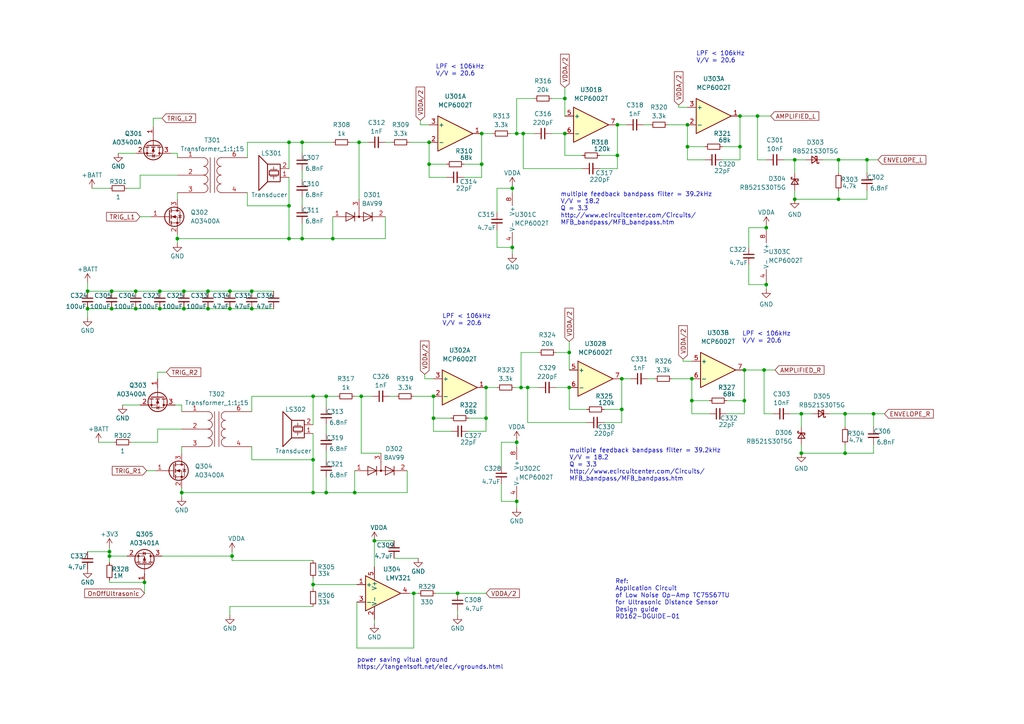
<source format=kicad_sch>
(kicad_sch (version 20230121) (generator eeschema)
  (paper "A4")
  (lib_symbols
    (symbol "Amplifier_Operational:LMV321" (pin_names (offset 0.127))
      (property "Reference" "U" (at 0 5.08 0))
      (property "Value" "LMV321" (at 0 -5.08 0))
      (symbol "LMV321_0_1"
        (pin power_in line (at -2.54 -7.62 90) (length 3.81) (name "V-") (number "2"))
        (pin power_in line (at -2.54 7.62 270) (length 3.81) (name "V+") (number "5"))
      )
      (symbol "LMV321_1_1"
        (pin input line (at -7.62 2.54 0) (length 2.54) (name "+") (number "1"))
        (pin input line (at -7.62 -2.54 0) (length 2.54) (name "-") (number "3"))
        (pin output line (at 7.62 0 180) (length 2.54) (name "~") (number "4"))
      )
    )
    (symbol "Amplifier_Operational:NE5532" (pin_names (offset 0.127))
      (property "Reference" "U" (at 0 5.08 0))
      (property "Value" "NE5532" (at 0 -5.08 0))
      (symbol "NE5532_1_1"
        (pin output line (at 7.62 0 180) (length 2.54) (name "~") (number "1"))
        (pin input line (at -7.62 -2.54 0) (length 2.54) (name "-") (number "2"))
        (pin input line (at -7.62 2.54 0) (length 2.54) (name "+") (number "3"))
      )
      (symbol "NE5532_2_1"
        (pin input line (at -7.62 2.54 0) (length 2.54) (name "+") (number "5"))
        (pin input line (at -7.62 -2.54 0) (length 2.54) (name "-") (number "6"))
        (pin output line (at 7.62 0 180) (length 2.54) (name "~") (number "7"))
      )
      (symbol "NE5532_3_1"
        (pin power_in line (at -2.54 -7.62 90) (length 3.81) (name "V-") (number "4"))
        (pin power_in line (at -2.54 7.62 270) (length 3.81) (name "V+") (number "8"))
      )
    )
    (symbol "Device:C_Small" (pin_numbers hide) (pin_names (offset 0.254) hide)
      (property "Reference" "C" (at 0.254 1.778 0))
      (property "Value" "C_Small" (at 0.254 -2.032 0))
      (symbol "C_Small_1_1"
        (pin passive line (at 0 2.54 270) (length 2.032) (name "~") (number "1"))
        (pin passive line (at 0 -2.54 90) (length 2.032) (name "~") (number "2"))
      )
    )
    (symbol "Device:D_Schottky_Small" (pin_numbers hide) (pin_names (offset 0.254) hide)
      (property "Reference" "D" (at -1.27 2.032 0))
      (property "Value" "D_Schottky_Small" (at -7.112 -2.032 0))
      (symbol "D_Schottky_Small_1_1"
        (pin passive line (at -2.54 0 0) (length 1.778) (name "K") (number "1"))
        (pin passive line (at 2.54 0 180) (length 1.778) (name "A") (number "2"))
      )
    )
    (symbol "Device:Q_PMOS_GSD" (pin_names (offset 0) hide)
      (property "Reference" "Q" (at 5.08 1.27 0))
      (property "Value" "Q_PMOS_GSD" (at 5.08 -1.27 0))
      (symbol "Q_PMOS_GSD_1_1"
        (pin input line (at -5.08 0 0) (length 2.54) (name "G") (number "1"))
        (pin passive line (at 2.54 -5.08 90) (length 2.54) (name "S") (number "2"))
        (pin passive line (at 2.54 5.08 270) (length 2.54) (name "D") (number "3"))
      )
    )
    (symbol "Device:R_Small" (pin_numbers hide) (pin_names (offset 0.254) hide)
      (property "Reference" "R" (at 0.762 0.508 0))
      (property "Value" "R_Small" (at 0.762 -1.016 0))
      (symbol "R_Small_1_1"
        (pin passive line (at 0 2.54 270) (length 0.762) (name "~") (number "1"))
        (pin passive line (at 0 -2.54 90) (length 0.762) (name "~") (number "2"))
      )
    )
    (symbol "Device:Speaker_Ultrasound" (pin_names (offset 0) hide)
      (property "Reference" "LS" (at 0.635 5.715 0))
      (property "Value" "Speaker_Ultrasound" (at 0.635 3.81 0))
      (symbol "Speaker_Ultrasound_1_1"
        (pin input line (at -5.08 0 0) (length 2.54) (name "1") (number "1"))
        (pin input line (at -5.08 -2.54 0) (length 2.54) (name "2") (number "2"))
      )
    )
    (symbol "Diode:BAV99" (pin_names hide)
      (property "Reference" "D" (at 0 5.08 0))
      (property "Value" "BAV99" (at 0 2.54 0))
      (symbol "BAV99_1_1"
        (pin passive line (at -7.62 0 0) (length 2.54) (name "K") (number "1"))
        (pin passive line (at 7.62 0 180) (length 2.54) (name "A") (number "2"))
        (pin passive line (at 0 -5.08 90) (length 2.54) (name "K") (number "3"))
      )
    )
    (symbol "Transformer_SP_1S_1" (pin_names (offset 1.016) hide)
      (property "Reference" "T301" (at 0.0127 10.16 0))
      (property "Value" "Transformer_1:1:15" (at 0.0127 7.62 0))
      (symbol "Transformer_SP_1S_1_1_1"
        (pin passive line (at -10.16 5.08 0) (length 7.62) (name "PR1") (number "1"))
        (pin passive line (at -10.16 0 0) (length 7.62) (name "PM") (number "2"))
        (pin passive line (at -10.16 -5.08 0) (length 7.62) (name "PR2") (number "3"))
        (pin passive line (at 10.16 -5.08 180) (length 7.62) (name "S1") (number "4"))
        (pin passive line (at 10.16 5.08 180) (length 7.62) (name "S2") (number "6"))
      )
    )
    (symbol "Transistor_FET:AO3400A" (pin_names hide)
      (property "Reference" "Q" (at 5.08 1.905 0))
      (property "Value" "AO3400A" (at 5.08 0 0))
      (symbol "AO3400A_1_1"
        (pin input line (at -5.08 0 0) (length 2.54) (name "G") (number "1"))
        (pin passive line (at 2.54 -5.08 90) (length 2.54) (name "S") (number "2"))
        (pin passive line (at 2.54 5.08 270) (length 2.54) (name "D") (number "3"))
      )
    )
    (symbol "power:+3.3V" (power) (pin_names (offset 0))
      (property "Value" "+3.3V" (at 0 3.556 0))
      (symbol "+3.3V_1_1"
        (pin power_in line (at 0 0 90) (length 0) hide (name "+3V3") (number "1"))
      )
    )
    (symbol "power:+BATT" (power) (pin_names (offset 0))
      (property "Value" "+BATT" (at 0 3.556 0))
      (symbol "+BATT_1_1"
        (pin power_in line (at 0 0 90) (length 0) hide (name "+BATT") (number "1"))
      )
    )
    (symbol "power:GND" (power) (pin_names (offset 0))
      (property "Value" "GND" (at 0 -3.81 0))
      (symbol "GND_1_1"
        (pin power_in line (at 0 0 270) (length 0) hide (name "GND") (number "1"))
      )
    )
    (symbol "power:VDDA" (power) (pin_names (offset 0))
      (property "Value" "VDDA" (at 0 3.81 0))
      (symbol "VDDA_1_1"
        (pin power_in line (at 0 0 90) (length 0) hide (name "VDDA") (number "1"))
      )
    )
  )
  (junction (at 52.705 142.875))
  (junction (at 222.25 82.55))
  (junction (at 104.14 41.275))
  (junction (at 53.34 89.535))
  (junction (at 83.82 59.69))
  (junction (at 245.11 131.445))
  (junction (at 165.1 112.395))
  (junction (at 245.11 120.015))
  (junction (at 179.07 36.195))
  (junction (at 139.7 47.625))
  (junction (at 163.83 38.735))
  (junction (at 83.82 69.215))
  (junction (at 41.91 168.91))
  (junction (at 25.4 89.535))
  (junction (at 31.75 161.29))
  (junction (at 179.07 45.085))
  (junction (at 243.205 57.785))
  (junction (at 90.805 114.935))
  (junction (at 60.325 84.455))
  (junction (at 46.355 84.455))
  (junction (at 90.805 133.35))
  (junction (at 253.365 120.015))
  (junction (at 214.63 33.655))
  (junction (at 125.73 121.285))
  (junction (at 102.87 142.875))
  (junction (at 251.46 46.355))
  (junction (at 51.435 69.215))
  (junction (at 232.41 131.445))
  (junction (at 148.59 71.755))
  (junction (at 139.7 38.735))
  (junction (at 90.805 169.545))
  (junction (at 73.025 89.535))
  (junction (at 60.325 89.535))
  (junction (at 180.34 109.855))
  (junction (at 199.39 42.545))
  (junction (at 199.39 36.195))
  (junction (at 132.715 172.085))
  (junction (at 73.025 84.455))
  (junction (at 219.71 33.655))
  (junction (at 83.82 41.275))
  (junction (at 87.63 41.275))
  (junction (at 232.41 120.015))
  (junction (at 124.46 47.625))
  (junction (at 215.9 107.315))
  (junction (at 230.505 57.785))
  (junction (at 148.59 54.61))
  (junction (at 222.25 66.04))
  (junction (at 153.035 112.395))
  (junction (at 140.97 112.395))
  (junction (at 25.4 84.455))
  (junction (at 214.63 42.545))
  (junction (at 243.205 46.355))
  (junction (at 149.86 145.415))
  (junction (at 221.615 107.315))
  (junction (at 46.355 89.535))
  (junction (at 151.13 112.395))
  (junction (at 200.66 116.205))
  (junction (at 230.505 46.355))
  (junction (at 125.73 114.935))
  (junction (at 31.75 160.02))
  (junction (at 165.1 102.235))
  (junction (at 215.9 116.205))
  (junction (at 96.52 69.215))
  (junction (at 32.385 89.535))
  (junction (at 163.83 28.575))
  (junction (at 66.675 84.455))
  (junction (at 87.63 69.215))
  (junction (at 149.86 38.735))
  (junction (at 149.86 128.27))
  (junction (at 124.46 41.275))
  (junction (at 53.34 84.455))
  (junction (at 94.615 114.935))
  (junction (at 39.37 84.455))
  (junction (at 32.385 84.455))
  (junction (at 94.615 142.875))
  (junction (at 180.34 118.745))
  (junction (at 151.765 38.735))
  (junction (at 140.97 121.285))
  (junction (at 108.585 156.845))
  (junction (at 200.66 109.855))
  (junction (at 104.775 114.935))
  (junction (at 90.805 142.875))
  (junction (at 66.675 89.535))
  (junction (at 120.015 172.085))
  (junction (at 67.31 161.29))
  (junction (at 39.37 89.535))
  (wire (pts (xy 253.365 120.015) (xy 256.54 120.015)))
  (wire (pts (xy 94.615 138.43) (xy 94.615 142.875)))
  (wire (pts (xy 31.75 161.29) (xy 36.83 161.29)))
  (wire (pts (xy 87.63 69.215) (xy 96.52 69.215)))
  (wire (pts (xy 83.82 41.275) (xy 83.82 48.895)))
  (wire (pts (xy 26.67 54.61) (xy 31.75 54.61)))
  (wire (pts (xy 32.385 84.455) (xy 39.37 84.455)))
  (wire (pts (xy 53.34 84.455) (xy 60.325 84.455)))
  (wire (pts (xy 214.63 33.655) (xy 214.63 42.545)))
  (wire (pts (xy 243.205 46.355) (xy 251.46 46.355)))
  (wire (pts (xy 215.9 107.315) (xy 215.9 116.205)))
  (wire (pts (xy 125.73 125.095) (xy 130.81 125.095)))
  (wire (pts (xy 224.155 120.015) (xy 221.615 120.015)))
  (wire (pts (xy 200.66 116.205) (xy 200.66 120.015)))
  (wire (pts (xy 49.53 44.45) (xy 51.435 44.45)))
  (wire (pts (xy 83.82 41.275) (xy 87.63 41.275)))
  (wire (pts (xy 45.72 124.46) (xy 45.72 128.27)))
  (wire (pts (xy 153.035 112.395) (xy 153.035 122.555)))
  (wire (pts (xy 120.015 187.96) (xy 120.015 172.085)))
  (wire (pts (xy 34.29 44.45) (xy 39.37 44.45)))
  (wire (pts (xy 253.365 128.905) (xy 253.365 131.445)))
  (wire (pts (xy 245.11 120.015) (xy 245.11 123.825)))
  (wire (pts (xy 151.13 112.395) (xy 153.035 112.395)))
  (wire (pts (xy 73.025 114.935) (xy 73.025 119.38)))
  (wire (pts (xy 125.73 121.285) (xy 125.73 125.095)))
  (wire (pts (xy 139.7 47.625) (xy 134.62 47.625)))
  (wire (pts (xy 90.805 114.935) (xy 90.805 123.19)))
  (wire (pts (xy 66.675 175.895) (xy 66.675 178.435)))
  (wire (pts (xy 31.75 158.75) (xy 31.75 160.02)))
  (wire (pts (xy 151.765 48.895) (xy 168.91 48.895)))
  (wire (pts (xy 111.76 41.275) (xy 113.665 41.275)))
  (wire (pts (xy 50.8 117.475) (xy 52.705 117.475)))
  (wire (pts (xy 204.47 42.545) (xy 199.39 42.545)))
  (wire (pts (xy 139.7 38.735) (xy 142.875 38.735)))
  (wire (pts (xy 149.86 144.78) (xy 149.86 145.415)))
  (wire (pts (xy 123.19 109.855) (xy 123.19 108.585)))
  (wire (pts (xy 180.34 109.855) (xy 180.34 118.745)))
  (wire (pts (xy 214.63 33.655) (xy 219.71 33.655)))
  (wire (pts (xy 217.17 71.755) (xy 217.17 66.04)))
  (wire (pts (xy 219.71 46.355) (xy 219.71 33.655)))
  (wire (pts (xy 196.85 31.115) (xy 196.85 30.48)))
  (wire (pts (xy 51.435 67.945) (xy 51.435 69.215)))
  (wire (pts (xy 215.9 120.015) (xy 215.9 116.205)))
  (wire (pts (xy 25.4 160.02) (xy 31.75 160.02)))
  (wire (pts (xy 71.755 41.275) (xy 83.82 41.275)))
  (wire (pts (xy 46.355 89.535) (xy 53.34 89.535)))
  (wire (pts (xy 245.11 120.015) (xy 253.365 120.015)))
  (wire (pts (xy 149.225 112.395) (xy 151.13 112.395)))
  (wire (pts (xy 221.615 120.015) (xy 221.615 107.315)))
  (wire (pts (xy 124.46 51.435) (xy 129.54 51.435)))
  (wire (pts (xy 170.18 118.745) (xy 165.1 118.745)))
  (wire (pts (xy 101.6 41.275) (xy 104.14 41.275)))
  (wire (pts (xy 39.37 89.535) (xy 46.355 89.535)))
  (wire (pts (xy 103.505 174.625) (xy 103.505 187.96)))
  (wire (pts (xy 67.31 160.02) (xy 67.31 161.29)))
  (wire (pts (xy 120.015 114.935) (xy 125.73 114.935)))
  (wire (pts (xy 118.11 136.525) (xy 118.11 142.875)))
  (wire (pts (xy 132.715 172.085) (xy 140.97 172.085)))
  (wire (pts (xy 168.91 45.085) (xy 163.83 45.085)))
  (wire (pts (xy 227.33 46.355) (xy 230.505 46.355)))
  (wire (pts (xy 194.945 109.855) (xy 200.66 109.855)))
  (wire (pts (xy 144.145 54.61) (xy 148.59 54.61)))
  (wire (pts (xy 104.775 114.935) (xy 104.775 131.445)))
  (wire (pts (xy 102.87 114.935) (xy 104.775 114.935)))
  (wire (pts (xy 39.37 84.455) (xy 46.355 84.455)))
  (wire (pts (xy 145.415 145.415) (xy 149.86 145.415)))
  (wire (pts (xy 179.07 48.895) (xy 179.07 45.085)))
  (wire (pts (xy 209.55 46.355) (xy 214.63 46.355)))
  (wire (pts (xy 52.705 124.46) (xy 45.72 124.46)))
  (wire (pts (xy 245.11 128.905) (xy 245.11 131.445)))
  (wire (pts (xy 199.39 46.355) (xy 204.47 46.355)))
  (wire (pts (xy 165.1 112.395) (xy 165.1 118.745)))
  (wire (pts (xy 132.715 177.165) (xy 132.715 178.435)))
  (wire (pts (xy 199.39 42.545) (xy 199.39 46.355)))
  (wire (pts (xy 153.035 122.555) (xy 170.18 122.555)))
  (wire (pts (xy 53.34 89.535) (xy 60.325 89.535)))
  (wire (pts (xy 52.705 129.54) (xy 52.705 131.445)))
  (wire (pts (xy 67.31 162.56) (xy 90.805 162.56)))
  (wire (pts (xy 71.755 55.88) (xy 71.755 59.69)))
  (wire (pts (xy 149.86 127.635) (xy 149.86 128.27)))
  (wire (pts (xy 66.675 89.535) (xy 73.025 89.535)))
  (wire (pts (xy 118.745 172.085) (xy 120.015 172.085)))
  (wire (pts (xy 139.7 51.435) (xy 139.7 47.625)))
  (wire (pts (xy 193.675 36.195) (xy 199.39 36.195)))
  (wire (pts (xy 222.25 66.04) (xy 222.25 66.675)))
  (wire (pts (xy 217.17 66.04) (xy 222.25 66.04)))
  (wire (pts (xy 251.46 46.355) (xy 254.635 46.355)))
  (wire (pts (xy 148.59 71.755) (xy 148.59 73.66)))
  (wire (pts (xy 145.415 135.255) (xy 145.415 128.27)))
  (wire (pts (xy 28.575 128.27) (xy 33.02 128.27)))
  (wire (pts (xy 90.805 167.64) (xy 90.805 169.545)))
  (wire (pts (xy 251.46 57.785) (xy 243.205 57.785)))
  (wire (pts (xy 148.59 71.12) (xy 148.59 71.755)))
  (wire (pts (xy 198.12 104.775) (xy 198.12 104.14)))
  (wire (pts (xy 52.705 144.145) (xy 52.705 142.875)))
  (wire (pts (xy 40.64 50.8) (xy 51.435 50.8)))
  (wire (pts (xy 160.02 38.735) (xy 163.83 38.735)))
  (wire (pts (xy 180.34 122.555) (xy 180.34 118.745)))
  (wire (pts (xy 165.1 102.235) (xy 165.1 107.315)))
  (wire (pts (xy 90.805 169.545) (xy 90.805 170.815)))
  (wire (pts (xy 140.97 112.395) (xy 140.97 121.285)))
  (wire (pts (xy 124.46 47.625) (xy 124.46 41.275)))
  (wire (pts (xy 251.46 55.245) (xy 251.46 57.785)))
  (wire (pts (xy 245.11 131.445) (xy 232.41 131.445)))
  (wire (pts (xy 52.705 142.875) (xy 90.805 142.875)))
  (wire (pts (xy 73.025 129.54) (xy 73.025 133.35)))
  (wire (pts (xy 90.805 169.545) (xy 103.505 169.545)))
  (wire (pts (xy 40.64 62.865) (xy 43.815 62.865)))
  (wire (pts (xy 148.59 53.975) (xy 148.59 54.61)))
  (wire (pts (xy 94.615 130.81) (xy 94.615 133.35)))
  (wire (pts (xy 94.615 114.935) (xy 94.615 118.11)))
  (wire (pts (xy 87.63 41.275) (xy 87.63 44.45)))
  (wire (pts (xy 25.4 81.915) (xy 25.4 84.455)))
  (wire (pts (xy 60.325 84.455) (xy 66.675 84.455)))
  (wire (pts (xy 253.365 123.825) (xy 253.365 120.015)))
  (wire (pts (xy 232.41 128.905) (xy 232.41 131.445)))
  (wire (pts (xy 144.145 66.675) (xy 144.145 71.755)))
  (wire (pts (xy 51.435 55.88) (xy 51.435 57.785)))
  (wire (pts (xy 149.86 145.415) (xy 149.86 147.32)))
  (wire (pts (xy 147.955 38.735) (xy 149.86 38.735)))
  (wire (pts (xy 35.56 117.475) (xy 40.64 117.475)))
  (wire (pts (xy 139.7 38.735) (xy 139.7 47.625)))
  (wire (pts (xy 179.07 36.195) (xy 179.07 45.085)))
  (wire (pts (xy 48.26 107.95) (xy 45.72 107.95)))
  (wire (pts (xy 90.805 125.73) (xy 90.805 133.35)))
  (wire (pts (xy 60.325 89.535) (xy 66.675 89.535)))
  (wire (pts (xy 125.73 121.285) (xy 125.73 114.935)))
  (wire (pts (xy 222.25 65.405) (xy 222.25 66.04)))
  (wire (pts (xy 232.41 120.015) (xy 235.585 120.015)))
  (wire (pts (xy 25.4 89.535) (xy 32.385 89.535)))
  (wire (pts (xy 175.26 122.555) (xy 180.34 122.555)))
  (wire (pts (xy 83.82 59.69) (xy 83.82 69.215)))
  (wire (pts (xy 144.145 61.595) (xy 144.145 54.61)))
  (wire (pts (xy 36.83 54.61) (xy 40.64 54.61)))
  (wire (pts (xy 160.02 28.575) (xy 163.83 28.575)))
  (wire (pts (xy 108.585 179.705) (xy 108.585 180.975)))
  (wire (pts (xy 163.83 38.735) (xy 163.83 45.085)))
  (wire (pts (xy 140.97 112.395) (xy 144.145 112.395)))
  (wire (pts (xy 25.4 89.535) (xy 25.4 92.075)))
  (wire (pts (xy 87.63 49.53) (xy 87.63 52.07)))
  (wire (pts (xy 87.63 57.15) (xy 87.63 59.69)))
  (wire (pts (xy 96.52 69.215) (xy 111.76 69.215)))
  (wire (pts (xy 130.81 121.285) (xy 125.73 121.285)))
  (wire (pts (xy 52.705 117.475) (xy 52.705 119.38)))
  (wire (pts (xy 90.805 142.875) (xy 94.615 142.875)))
  (wire (pts (xy 240.665 120.015) (xy 245.11 120.015)))
  (wire (pts (xy 230.505 46.355) (xy 230.505 50.165)))
  (wire (pts (xy 118.745 41.275) (xy 124.46 41.275)))
  (wire (pts (xy 31.75 168.91) (xy 41.91 168.91)))
  (wire (pts (xy 161.29 112.395) (xy 165.1 112.395)))
  (wire (pts (xy 108.585 156.845) (xy 114.3 156.845)))
  (wire (pts (xy 135.89 125.095) (xy 140.97 125.095)))
  (wire (pts (xy 200.66 104.775) (xy 198.12 104.775)))
  (wire (pts (xy 125.73 109.855) (xy 123.19 109.855)))
  (wire (pts (xy 51.435 70.485) (xy 51.435 69.215)))
  (wire (pts (xy 165.1 99.06) (xy 165.1 102.235)))
  (wire (pts (xy 46.99 34.29) (xy 44.45 34.29)))
  (wire (pts (xy 179.07 45.085) (xy 173.99 45.085)))
  (wire (pts (xy 46.355 84.455) (xy 53.34 84.455)))
  (wire (pts (xy 31.75 161.29) (xy 31.75 163.195)))
  (wire (pts (xy 200.66 116.205) (xy 200.66 109.855)))
  (wire (pts (xy 102.87 136.525) (xy 102.87 142.875)))
  (wire (pts (xy 148.59 54.61) (xy 148.59 55.88)))
  (wire (pts (xy 199.39 42.545) (xy 199.39 36.195)))
  (wire (pts (xy 96.52 62.865) (xy 96.52 69.215)))
  (wire (pts (xy 67.31 161.29) (xy 67.31 162.56)))
  (wire (pts (xy 222.25 82.55) (xy 222.25 83.82)))
  (wire (pts (xy 32.385 89.535) (xy 39.37 89.535)))
  (wire (pts (xy 180.34 118.745) (xy 175.26 118.745)))
  (wire (pts (xy 151.765 38.735) (xy 154.94 38.735)))
  (wire (pts (xy 104.775 131.445) (xy 110.49 131.445)))
  (wire (pts (xy 219.71 33.655) (xy 223.52 33.655)))
  (wire (pts (xy 144.145 71.755) (xy 148.59 71.755)))
  (wire (pts (xy 73.025 133.35) (xy 90.805 133.35)))
  (wire (pts (xy 229.235 120.015) (xy 232.41 120.015)))
  (wire (pts (xy 52.705 141.605) (xy 52.705 142.875)))
  (wire (pts (xy 108.585 156.845) (xy 108.585 164.465)))
  (wire (pts (xy 42.545 136.525) (xy 45.085 136.525)))
  (wire (pts (xy 87.63 41.275) (xy 96.52 41.275)))
  (wire (pts (xy 180.34 109.855) (xy 182.88 109.855)))
  (wire (pts (xy 87.63 64.77) (xy 87.63 69.215)))
  (wire (pts (xy 113.03 114.935) (xy 114.935 114.935)))
  (wire (pts (xy 187.96 109.855) (xy 189.865 109.855)))
  (wire (pts (xy 45.72 128.27) (xy 38.1 128.27)))
  (wire (pts (xy 163.83 28.575) (xy 163.83 33.655)))
  (wire (pts (xy 149.86 38.735) (xy 149.86 28.575)))
  (wire (pts (xy 71.755 59.69) (xy 83.82 59.69)))
  (wire (pts (xy 173.99 48.895) (xy 179.07 48.895)))
  (wire (pts (xy 94.615 123.19) (xy 94.615 125.73)))
  (wire (pts (xy 71.755 41.275) (xy 71.755 45.72)))
  (wire (pts (xy 238.76 46.355) (xy 243.205 46.355)))
  (wire (pts (xy 161.29 102.235) (xy 165.1 102.235)))
  (wire (pts (xy 251.46 50.165) (xy 251.46 46.355)))
  (wire (pts (xy 222.25 81.915) (xy 222.25 82.55)))
  (wire (pts (xy 126.365 172.085) (xy 132.715 172.085)))
  (wire (pts (xy 121.92 36.195) (xy 121.92 34.925)))
  (wire (pts (xy 104.775 114.935) (xy 107.95 114.935)))
  (wire (pts (xy 200.66 120.015) (xy 205.74 120.015)))
  (wire (pts (xy 45.72 107.95) (xy 45.72 109.855)))
  (wire (pts (xy 66.675 175.895) (xy 90.805 175.895)))
  (wire (pts (xy 232.41 120.015) (xy 232.41 123.825)))
  (wire (pts (xy 221.615 107.315) (xy 224.79 107.315)))
  (wire (pts (xy 217.17 82.55) (xy 222.25 82.55)))
  (wire (pts (xy 214.63 42.545) (xy 209.55 42.545)))
  (wire (pts (xy 25.4 84.455) (xy 32.385 84.455)))
  (wire (pts (xy 243.205 55.245) (xy 243.205 57.785)))
  (wire (pts (xy 210.82 120.015) (xy 215.9 120.015)))
  (wire (pts (xy 140.97 121.285) (xy 135.89 121.285)))
  (wire (pts (xy 217.17 76.835) (xy 217.17 82.55)))
  (wire (pts (xy 83.82 69.215) (xy 87.63 69.215)))
  (wire (pts (xy 149.86 28.575) (xy 154.94 28.575)))
  (wire (pts (xy 124.46 36.195) (xy 121.92 36.195)))
  (wire (pts (xy 104.14 41.275) (xy 106.68 41.275)))
  (wire (pts (xy 215.9 107.315) (xy 221.615 107.315)))
  (wire (pts (xy 90.805 114.935) (xy 94.615 114.935)))
  (wire (pts (xy 151.765 38.735) (xy 151.765 48.895)))
  (wire (pts (xy 199.39 31.115) (xy 196.85 31.115)))
  (wire (pts (xy 51.435 69.215) (xy 83.82 69.215)))
  (wire (pts (xy 179.07 36.195) (xy 181.61 36.195)))
  (wire (pts (xy 230.505 55.245) (xy 230.505 57.785)))
  (wire (pts (xy 90.805 133.35) (xy 90.805 142.875)))
  (wire (pts (xy 114.3 161.925) (xy 121.285 161.925)))
  (wire (pts (xy 145.415 128.27) (xy 149.86 128.27)))
  (wire (pts (xy 31.75 168.275) (xy 31.75 168.91)))
  (wire (pts (xy 222.25 46.355) (xy 219.71 46.355)))
  (wire (pts (xy 83.82 51.435) (xy 83.82 59.69)))
  (wire (pts (xy 253.365 131.445) (xy 245.11 131.445)))
  (wire (pts (xy 149.86 38.735) (xy 151.765 38.735)))
  (wire (pts (xy 44.45 34.29) (xy 44.45 36.83)))
  (wire (pts (xy 66.675 84.455) (xy 73.025 84.455)))
  (wire (pts (xy 41.91 168.91) (xy 41.91 172.085)))
  (wire (pts (xy 46.99 161.29) (xy 67.31 161.29)))
  (wire (pts (xy 129.54 47.625) (xy 124.46 47.625)))
  (wire (pts (xy 73.025 114.935) (xy 90.805 114.935)))
  (wire (pts (xy 214.63 46.355) (xy 214.63 42.545)))
  (wire (pts (xy 94.615 114.935) (xy 97.79 114.935)))
  (wire (pts (xy 102.87 142.875) (xy 118.11 142.875)))
  (wire (pts (xy 111.76 62.865) (xy 111.76 69.215)))
  (wire (pts (xy 151.13 102.235) (xy 156.21 102.235)))
  (wire (pts (xy 103.505 187.96) (xy 120.015 187.96)))
  (wire (pts (xy 151.13 112.395) (xy 151.13 102.235)))
  (wire (pts (xy 243.205 57.785) (xy 230.505 57.785)))
  (wire (pts (xy 51.435 44.45) (xy 51.435 45.72)))
  (wire (pts (xy 94.615 142.875) (xy 102.87 142.875)))
  (wire (pts (xy 120.015 172.085) (xy 121.285 172.085)))
  (wire (pts (xy 73.025 84.455) (xy 79.375 84.455)))
  (wire (pts (xy 140.97 125.095) (xy 140.97 121.285)))
  (wire (pts (xy 149.86 128.27) (xy 149.86 129.54)))
  (wire (pts (xy 73.025 89.535) (xy 79.375 89.535)))
  (wire (pts (xy 186.69 36.195) (xy 188.595 36.195)))
  (wire (pts (xy 243.205 46.355) (xy 243.205 50.165)))
  (wire (pts (xy 215.9 116.205) (xy 210.82 116.205)))
  (wire (pts (xy 163.83 25.4) (xy 163.83 28.575)))
  (wire (pts (xy 40.64 54.61) (xy 40.64 50.8)))
  (wire (pts (xy 145.415 140.335) (xy 145.415 145.415)))
  (wire (pts (xy 230.505 46.355) (xy 233.68 46.355)))
  (wire (pts (xy 153.035 112.395) (xy 156.21 112.395)))
  (wire (pts (xy 134.62 51.435) (xy 139.7 51.435)))
  (wire (pts (xy 104.14 41.275) (xy 104.14 57.785)))
  (wire (pts (xy 205.74 116.205) (xy 200.66 116.205)))
  (wire (pts (xy 31.75 160.02) (xy 31.75 161.29)))
  (wire (pts (xy 124.46 47.625) (xy 124.46 51.435)))
  (text "multiple feedback bandpass filter = 39.2kHz\nV/V = 18.2\nQ = 3.3\nhttp://www.ecircuitcenter.com/Circuits/\nMFB_bandpass/MFB_bandpass.htm" (at 165.1 139.7 0) (effects (font (size 1.27 1.27)) (justify left bottom)))
  (text "LPF < 106kHz\nV/V = 20.6" (at 215.265 99.695 0) (effects (font (size 1.27 1.27)) (justify left bottom)))
  (text "LPF < 106kHz\nV/V = 20.6" (at 128.27 94.615 0) (effects (font (size 1.27 1.27)) (justify left bottom)))
  (text "multiple feedback bandpass filter = 39.2kHz\nV/V = 18.2\nQ = 3.3\nhttp://www.ecircuitcenter.com/Circuits/\nMFB_bandpass/MFB_bandpass.htm" (at 162.56 65.405 0) (effects (font (size 1.27 1.27)) (justify left bottom)))
  (text "Ref:\nApplication Circuit\nof Low Noise Op-Amp TC75S67TU\nfor Ultrasonic Distance Sensor\nDesign guide\nRD162-DGUIDE-01" (at 178.435 179.705 0) (effects (font (size 1.27 1.27)) (justify left bottom)))
  (text "LPF < 106kHz\nV/V = 20.6" (at 126.365 22.225 0) (effects (font (size 1.27 1.27)) (justify left bottom)))
  (text "LPF < 106kHz\nV/V = 20.6" (at 201.93 18.415 0) (effects (font (size 1.27 1.27)) (justify left bottom)))
  (text "power saving vitual ground\nhttps://tangentsoft.net/elec/vgrounds.html" (at 103.505 194.31 0) (effects (font (size 1.27 1.27)) (justify left bottom)))
  (global_label "VDDA{slash}2" (shape input) (at 163.83 25.4 90) (property "Intersheetrefs" "${INTERSHEET_REFS}" (effects hide)))
  (global_label "OnOffUltrasonic" (shape input) (at 41.91 172.085 180) (property "Intersheetrefs" "${INTERSHEET_REFS}" (effects hide)))
  (global_label "TRIG_L2" (shape input) (at 46.99 34.29 0) (property "Intersheetrefs" "${INTERSHEET_REFS}" (effects hide)))
  (global_label "VDDA{slash}2" (shape input) (at 198.12 104.14 90) (property "Intersheetrefs" "${INTERSHEET_REFS}" (effects hide)))
  (global_label "TRIG_L1" (shape input) (at 40.64 62.865 180) (property "Intersheetrefs" "${INTERSHEET_REFS}" (effects hide)))
  (global_label "VDDA{slash}2" (shape input) (at 121.92 34.925 90) (property "Intersheetrefs" "${INTERSHEET_REFS}" (effects hide)))
  (global_label "ENVELOPE_R" (shape input) (at 256.54 120.015 0) (property "Intersheetrefs" "${INTERSHEET_REFS}" (effects hide)))
  (global_label "VDDA{slash}2" (shape input) (at 140.97 172.085 0) (property "Intersheetrefs" "${INTERSHEET_REFS}" (effects hide)))
  (global_label "AMPLIFIED_R" (shape input) (at 224.79 107.315 0) (property "Intersheetrefs" "${INTERSHEET_REFS}" (effects hide)))
  (global_label "VDDA{slash}2" (shape input) (at 196.85 30.48 90) (property "Intersheetrefs" "${INTERSHEET_REFS}" (effects hide)))
  (global_label "VDDA{slash}2" (shape input) (at 123.19 108.585 90) (property "Intersheetrefs" "${INTERSHEET_REFS}" (effects hide)))
  (global_label "ENVELOPE_L" (shape input) (at 254.635 46.355 0) (property "Intersheetrefs" "${INTERSHEET_REFS}" (effects hide)))
  (global_label "TRIG_R2" (shape input) (at 48.26 107.95 0) (property "Intersheetrefs" "${INTERSHEET_REFS}" (effects hide)))
  (global_label "TRIG_R1" (shape input) (at 42.545 136.525 180) (property "Intersheetrefs" "${INTERSHEET_REFS}" (effects hide)))
  (global_label "AMPLIFIED_L" (shape input) (at 223.52 33.655 0) (property "Intersheetrefs" "${INTERSHEET_REFS}" (effects hide)))
  (global_label "VDDA{slash}2" (shape input) (at 165.1 99.06 90) (property "Intersheetrefs" "${INTERSHEET_REFS}" (effects hide)))
  (symbol (lib_id "power:+BATT") (at 25.4 81.915 0) (unit 1)
    (property "Reference" "#PWR045" (effects hide))
    (property "Value" "+BATT" (at 25.4 78.105 0))
    (instances (project "UltrasonicNRF52mini" (path "" (reference "#PWR045") (unit 1)) (path "" (reference "#PWR028") (unit 1))))
  )
  (symbol (lib_id "power:+BATT") (at 28.575 128.27 0) (unit 1)
    (property "Reference" "#PWR045" (effects hide))
    (property "Value" "+BATT" (at 28.575 124.46 0))
    (instances (project "UltrasonicNRF52mini" (path "" (reference "#PWR045") (unit 1)) (path "" (reference "#PWR026") (unit 1))))
  )
  (symbol (lib_id "Device:C_Small") (at 132.08 51.435 90) (unit 1)
    (property "Reference" "C314" (at 135.89 52.705 90))
    (property "Value" "22pF" (at 134.62 54.61 90))
    (property "Footprint" "Capacitor_SMD:C_0402_1005Metric" (effects hide))
  )
  (symbol (lib_id "Device:C_Small") (at 87.63 62.23 0) (mirror y) (unit 1)
    (property "Reference" "C311" (at 92.71 60.96 0) (effects (justify left)))
    (property "Value" "6.8nF" (at 93.98 64.135 0) (effects (justify left)))
    (property "Footprint" "Capacitor_SMD:C_0402_1005Metric" (effects hide))
  )
  (symbol (lib_id "Device:R_Small") (at 208.28 116.205 90) (unit 1)
    (property "Reference" "R327" (at 210.82 112.395 90))
    (property "Value" "68k" (at 211.455 114.3 90))
    (property "Footprint" "Resistor_SMD:R_0402_1005Metric" (effects hide))
  )
  (symbol (lib_id "power:GND") (at 66.675 178.435 0) (unit 1)
    (property "Reference" "#PWR0103" (effects hide))
    (property "Value" "GND" (at 66.675 182.245 0))
  )
  (symbol (lib_id "power:VDDA") (at 149.86 127.635 0) (unit 1)
    (property "Reference" "#PWR0312" (effects hide))
    (property "Value" "VDDA" (at 149.86 123.825 0))
  )
  (symbol (lib_id "Device:C_Small") (at 94.615 120.65 0) (mirror y) (unit 1)
    (property "Reference" "C313" (at 99.695 119.38 0) (effects (justify left)))
    (property "Value" "6.8nF" (at 100.965 122.555 0) (effects (justify left)))
    (property "Footprint" "Capacitor_SMD:C_0402_1005Metric" (effects hide))
  )
  (symbol (lib_name "Transformer_SP_1S_1") (lib_id "Device:Transformer_SP_1S") (at 62.865 124.46 0) (unit 1)
    (property "Reference" "T302" (at 62.8777 114.3 0))
    (property "Value" "Transformer_1:1:15" (at 62.8777 116.84 0))
    (property "Footprint" "06_custom:B78416A2430A003" (effects hide))
  )
  (symbol (lib_id "Transistor_FET:AO3400A") (at 48.895 62.865 0) (unit 1)
    (property "Reference" "Q302" (at 55.245 61.5949 0) (effects (justify left)))
    (property "Value" "AO3400A" (at 55.245 64.1349 0) (effects (justify left)))
    (property "Footprint" "Package_TO_SOT_SMD:SOT-23" (effects hide))
    (property "Datasheet" "http://www.aosmd.com/pdfs/datasheet/AO3400A.pdf" (effects hide))
  )
  (symbol (lib_id "Device:R_Small") (at 243.205 52.705 180) (unit 1)
    (property "Reference" "R303" (at 246.38 52.07 0))
    (property "Value" "4.7k" (at 246.38 53.975 0))
    (property "Footprint" "Resistor_SMD:R_0402_1005Metric" (effects hide))
  )
  (symbol (lib_id "Device:C_Small") (at 133.35 125.095 90) (unit 1)
    (property "Reference" "C327" (at 137.16 126.365 90))
    (property "Value" "22pF" (at 135.89 128.27 90))
    (property "Footprint" "Capacitor_SMD:C_0402_1005Metric" (effects hide))
  )
  (symbol (lib_id "Device:Speaker_Ultrasound") (at 85.725 125.73 180) (unit 1)
    (property "Reference" "LS302" (at 85.725 118.745 0))
    (property "Value" "Transducer" (at 85.09 130.81 0))
    (property "Footprint" "06_custom:Transducer@Transformer" (effects hide))
  )
  (symbol (lib_id "Device:D_Schottky_Small") (at 236.22 46.355 180) (unit 1)
    (property "Reference" "D303" (at 236.474 41.275 0))
    (property "Value" "RB521S30T5G" (at 236.474 43.815 0))
    (property "Footprint" "Diode_SMD:D_SOD-523" (effects hide))
  )
  (symbol (lib_id "Device:C_Small") (at 32.385 86.995 0) (unit 1)
    (property "Reference" "C305" (at 27.305 85.725 0) (effects (justify left)))
    (property "Value" "100uF" (at 26.035 88.9 0) (effects (justify left)))
    (property "Footprint" "Capacitor_SMD:C_1206_3216Metric" (effects hide))
  )
  (symbol (lib_name "Transformer_SP_1S_1") (lib_id "Device:Transformer_SP_1S") (at 61.595 50.8 0) (unit 1)
    (property "Reference" "T301" (at 61.6077 40.64 0))
    (property "Value" "Transformer_1:1:15" (at 61.6077 43.18 0))
    (property "Footprint" "06_custom:B78416A2430A003" (effects hide))
  )
  (symbol (lib_id "Device:C_Small") (at 39.37 86.995 0) (unit 1)
    (property "Reference" "C304" (at 34.29 85.725 0) (effects (justify left)))
    (property "Value" "100uF" (at 33.02 88.9 0) (effects (justify left)))
    (property "Footprint" "Capacitor_SMD:C_1206_3216Metric" (effects hide))
  )
  (symbol (lib_id "Device:C_Small") (at 172.72 122.555 90) (unit 1)
    (property "Reference" "C330" (at 175.895 123.825 90))
    (property "Value" "220pF" (at 175.26 125.73 90))
    (property "Footprint" "Capacitor_SMD:C_0402_1005Metric" (effects hide))
  )
  (symbol (lib_id "Device:C_Small") (at 60.325 86.995 0) (unit 1)
    (property "Reference" "C333" (at 55.245 85.725 0) (effects (justify left)))
    (property "Value" "100uF" (at 53.975 88.9 0) (effects (justify left)))
    (property "Footprint" "Capacitor_SMD:C_1206_3216Metric" (effects hide))
  )
  (symbol (lib_id "Device:C_Small") (at 185.42 109.855 90) (unit 1)
    (property "Reference" "C331" (at 185.4263 104.14 90))
    (property "Value" "1nF" (at 185.4263 106.68 90))
    (property "Footprint" "Capacitor_SMD:C_0402_1005Metric" (effects hide))
  )
  (symbol (lib_id "Device:C_Small") (at 145.415 137.795 0) (unit 1)
    (property "Reference" "C328" (at 140.335 135.89 0) (effects (justify left)))
    (property "Value" "4.7uF" (at 139.7 139.7 0) (effects (justify left)))
    (property "Footprint" "Capacitor_SMD:C_0402_1005Metric" (effects hide))
  )
  (symbol (lib_id "power:GND") (at 222.25 83.82 0) (unit 1)
    (property "Reference" "#PWR0314" (effects hide))
    (property "Value" "GND" (at 222.25 88.265 0))
  )
  (symbol (lib_id "Device:D_Schottky_Small") (at 232.41 126.365 90) (mirror x) (unit 1)
    (property "Reference" "D306" (at 229.87 125.476 90) (effects (justify left)))
    (property "Value" "RB521S30T5G" (at 229.87 128.016 90) (effects (justify left)))
    (property "Footprint" "Diode_SMD:D_SOD-523" (effects hide))
  )
  (symbol (lib_id "Device:C_Small") (at 46.355 86.995 0) (unit 1)
    (property "Reference" "C323" (at 41.275 85.725 0) (effects (justify left)))
    (property "Value" "100uF" (at 40.005 88.9 0) (effects (justify left)))
    (property "Footprint" "Capacitor_SMD:C_1206_3216Metric" (effects hide))
  )
  (symbol (lib_id "Device:C_Small") (at 109.22 41.275 90) (unit 1)
    (property "Reference" "C312" (at 109.2263 35.56 90))
    (property "Value" "1nF" (at 109.2263 38.1 90))
    (property "Footprint" "Capacitor_SMD:C_0402_1005Metric" (effects hide))
  )
  (symbol (lib_id "Device:R_Small") (at 191.135 36.195 90) (unit 1)
    (property "Reference" "R320" (at 191.135 31.115 90))
    (property "Value" "3.3k" (at 191.135 33.655 90))
    (property "Footprint" "Resistor_SMD:R_0402_1005Metric" (effects hide))
  )
  (symbol (lib_id "Device:C_Small") (at 144.145 64.135 0) (unit 1)
    (property "Reference" "C315" (at 138.43 62.23 0) (effects (justify left)))
    (property "Value" "4.7uF" (at 138.43 66.04 0) (effects (justify left)))
    (property "Footprint" "Capacitor_SMD:C_0402_1005Metric" (effects hide))
  )
  (symbol (lib_id "power:GND") (at 25.4 165.1 0) (unit 1)
    (property "Reference" "#PWR0318" (effects hide))
    (property "Value" "GND" (at 25.4 168.91 0))
  )
  (symbol (lib_id "Device:R_Small") (at 207.01 42.545 90) (unit 1)
    (property "Reference" "R321" (at 209.55 38.735 90))
    (property "Value" "68k" (at 210.185 40.64 90))
    (property "Footprint" "Resistor_SMD:R_0402_1005Metric" (effects hide))
  )
  (symbol (lib_id "Device:C_Small") (at 171.45 48.895 90) (unit 1)
    (property "Reference" "C317" (at 175.26 50.165 90))
    (property "Value" "220pF" (at 173.99 52.07 90))
    (property "Footprint" "Capacitor_SMD:C_0402_1005Metric" (effects hide))
  )
  (symbol (lib_id "Device:R_Small") (at 90.805 173.355 180) (unit 1)
    (property "Reference" "R306" (at 94.615 172.72 0))
    (property "Value" "33k" (at 93.98 174.625 0))
    (property "Footprint" "Resistor_SMD:R_0402_1005Metric" (effects hide))
  )
  (symbol (lib_id "Device:C_Small") (at 226.695 120.015 90) (unit 1)
    (property "Reference" "C303" (at 226.7013 114.3 90))
    (property "Value" "10nF" (at 226.7013 116.84 90))
    (property "Footprint" "Capacitor_SMD:C_0402_1005Metric" (effects hide))
  )
  (symbol (lib_id "Device:C_Small") (at 94.615 128.27 0) (mirror y) (unit 1)
    (property "Reference" "C319" (at 99.695 127 0) (effects (justify left)))
    (property "Value" "6.8nF" (at 100.965 130.175 0) (effects (justify left)))
    (property "Footprint" "Capacitor_SMD:C_0402_1005Metric" (effects hide))
  )
  (symbol (lib_id "Device:C_Small") (at 132.715 174.625 0) (mirror y) (unit 1)
    (property "Reference" "C308" (at 139.7 173.99 0) (effects (justify left)))
    (property "Value" "4.7uF" (at 140.335 176.53 0) (effects (justify left)))
    (property "Footprint" "Capacitor_SMD:C_0402_1005Metric" (effects hide))
  )
  (symbol (lib_id "Transistor_FET:AO3400A") (at 50.165 136.525 0) (unit 1)
    (property "Reference" "Q304" (at 56.515 135.2549 0) (effects (justify left)))
    (property "Value" "AO3400A" (at 56.515 137.7949 0) (effects (justify left)))
    (property "Footprint" "Package_TO_SOT_SMD:SOT-23" (effects hide))
    (property "Datasheet" "http://www.aosmd.com/pdfs/datasheet/AO3400A.pdf" (effects hide))
  )
  (symbol (lib_id "Device:R_Small") (at 172.72 118.745 90) (unit 1)
    (property "Reference" "R325" (at 175.26 114.935 90))
    (property "Value" "120k" (at 175.895 116.84 90))
    (property "Footprint" "Resistor_SMD:R_0402_1005Metric" (effects hide))
  )
  (symbol (lib_id "power:VDDA") (at 67.31 160.02 0) (unit 1)
    (property "Reference" "#PWR0104" (effects hide))
    (property "Value" "VDDA" (at 68.58 156.21 0))
  )
  (symbol (lib_id "Device:Speaker_Ultrasound") (at 78.74 51.435 180) (unit 1)
    (property "Reference" "LS301" (at 78.74 44.45 0))
    (property "Value" "Transducer" (at 78.105 56.515 0))
    (property "Footprint" "06_custom:Transducer@Transformer" (effects hide))
  )
  (symbol (lib_id "Device:D_Schottky_Small") (at 238.125 120.015 180) (unit 1)
    (property "Reference" "D305" (at 238.379 114.935 0))
    (property "Value" "RB521S30T5G" (at 238.379 117.475 0))
    (property "Footprint" "Diode_SMD:D_SOD-523" (effects hide))
  )
  (symbol (lib_id "Device:R_Small") (at 157.48 28.575 90) (unit 1)
    (property "Reference" "R316" (at 157.48 23.495 90))
    (property "Value" "20k" (at 157.48 26.035 90))
    (property "Footprint" "Resistor_SMD:R_0402_1005Metric" (effects hide))
  )
  (symbol (lib_id "Device:C_Small") (at 87.63 54.61 0) (mirror y) (unit 1)
    (property "Reference" "C310" (at 92.71 53.34 0) (effects (justify left)))
    (property "Value" "6.8nF" (at 93.98 56.515 0) (effects (justify left)))
    (property "Footprint" "Capacitor_SMD:C_0402_1005Metric" (effects hide))
  )
  (symbol (lib_id "Amplifier_Operational:NE5532") (at 224.79 74.295 0) (unit 3)
    (property "Reference" "U303" (at 222.885 73.0249 0) (effects (justify left)))
    (property "Value" "MCP6002T" (at 222.885 75.5649 0) (effects (justify left)))
    (property "Footprint" "Package_SO:SOIC-8_3.9x4.9mm_P1.27mm" (effects hide))
    (property "Datasheet" "http://www.ti.com/lit/ds/symlink/ne5532.pdf" (effects hide))
  )
  (symbol (lib_id "Device:C_Small") (at 207.01 46.355 90) (unit 1)
    (property "Reference" "C320" (at 210.82 47.625 90))
    (property "Value" "22pF" (at 209.55 49.53 90))
    (property "Footprint" "Capacitor_SMD:C_0402_1005Metric" (effects hide))
  )
  (symbol (lib_id "Device:C_Small") (at 251.46 52.705 0) (mirror y) (unit 1)
    (property "Reference" "C302" (at 256.54 51.435 0) (effects (justify left)))
    (property "Value" "6.8nF" (at 257.81 54.61 0) (effects (justify left)))
    (property "Footprint" "Capacitor_SMD:C_0402_1005Metric" (effects hide))
  )
  (symbol (lib_id "Device:C_Small") (at 158.75 112.395 90) (unit 1)
    (property "Reference" "C329" (at 158.7563 106.68 90))
    (property "Value" "220pF" (at 158.7563 109.22 90))
    (property "Footprint" "Capacitor_SMD:C_0402_1005Metric" (effects hide))
  )
  (symbol (lib_id "Device:C_Small") (at 87.63 46.99 0) (mirror y) (unit 1)
    (property "Reference" "C307" (at 92.71 45.72 0) (effects (justify left)))
    (property "Value" "6.8nF" (at 93.98 48.895 0) (effects (justify left)))
    (property "Footprint" "Capacitor_SMD:C_0402_1005Metric" (effects hide))
  )
  (symbol (lib_id "power:GND") (at 230.505 57.785 0) (unit 1)
    (property "Reference" "#PWR0301" (effects hide))
    (property "Value" "GND" (at 230.505 62.23 0))
  )
  (symbol (lib_id "Amplifier_Operational:NE5532") (at 172.72 109.855 0) (unit 2)
    (property "Reference" "U302" (at 172.72 99.695 0))
    (property "Value" "MCP6002T" (at 172.72 102.235 0))
    (property "Footprint" "Package_SO:SOIC-8_3.9x4.9mm_P1.27mm" (effects hide))
    (property "Datasheet" "http://www.ti.com/lit/ds/symlink/ne5532.pdf" (effects hide))
  )
  (symbol (lib_id "Amplifier_Operational:NE5532") (at 207.01 33.655 0) (unit 1)
    (property "Reference" "U303" (at 207.01 22.86 0))
    (property "Value" "MCP6002T" (at 207.01 25.4 0))
    (property "Footprint" "Package_SO:SOIC-8_3.9x4.9mm_P1.27mm" (effects hide))
    (property "Datasheet" "http://www.ti.com/lit/ds/symlink/ne5532.pdf" (effects hide))
  )
  (symbol (lib_id "Device:C_Small") (at 25.4 162.56 0) (unit 1)
    (property "Reference" "C337" (at 20.32 161.29 0) (effects (justify left)))
    (property "Value" "4.7uF" (at 19.685 164.465 0) (effects (justify left)))
    (property "Footprint" "Capacitor_SMD:C_0402_1005Metric" (effects hide))
  )
  (symbol (lib_id "Amplifier_Operational:NE5532") (at 132.08 38.735 0) (unit 1)
    (property "Reference" "U301" (at 132.08 27.94 0))
    (property "Value" "MCP6002T" (at 132.08 30.48 0))
    (property "Footprint" "Package_SO:SOIC-8_3.9x4.9mm_P1.27mm" (effects hide))
    (property "Datasheet" "http://www.ti.com/lit/ds/symlink/ne5532.pdf" (effects hide))
  )
  (symbol (lib_id "Device:Q_PMOS_GSD") (at 41.91 163.83 270) (mirror x) (unit 1)
    (property "Reference" "Q305" (at 41.91 154.94 90))
    (property "Value" "AO3401A" (at 41.91 157.48 90))
    (property "Footprint" "Package_TO_SOT_SMD:SOT-23" (effects hide))
  )
  (symbol (lib_id "Amplifier_Operational:NE5532") (at 171.45 36.195 0) (unit 2)
    (property "Reference" "U301" (at 171.45 26.035 0))
    (property "Value" "MCP6002T" (at 171.45 28.575 0))
    (property "Footprint" "Package_SO:SOIC-8_3.9x4.9mm_P1.27mm" (effects hide))
    (property "Datasheet" "http://www.ti.com/lit/ds/symlink/ne5532.pdf" (effects hide))
  )
  (symbol (lib_id "Device:R_Small") (at 99.06 41.275 90) (unit 1)
    (property "Reference" "R308" (at 99.06 36.195 90))
    (property "Value" "1k" (at 99.06 38.735 90))
    (property "Footprint" "Resistor_SMD:R_0402_1005Metric" (effects hide))
  )
  (symbol (lib_id "power:GND") (at 232.41 131.445 0) (unit 1)
    (property "Reference" "#PWR0317" (effects hide))
    (property "Value" "GND" (at 232.41 135.89 0))
  )
  (symbol (lib_id "Amplifier_Operational:NE5532") (at 151.13 63.5 0) (unit 3)
    (property "Reference" "U301" (at 149.225 62.2299 0) (effects (justify left)))
    (property "Value" "MCP6002T" (at 149.225 64.7699 0) (effects (justify left)))
    (property "Footprint" "Package_SO:SOIC-8_3.9x4.9mm_P1.27mm" (effects hide))
    (property "Datasheet" "http://www.ti.com/lit/ds/symlink/ne5532.pdf" (effects hide))
  )
  (symbol (lib_id "Device:C_Small") (at 253.365 126.365 0) (mirror y) (unit 1)
    (property "Reference" "C306" (at 258.445 125.095 0) (effects (justify left)))
    (property "Value" "6.8nF" (at 259.715 128.27 0) (effects (justify left)))
    (property "Footprint" "Capacitor_SMD:C_0402_1005Metric" (effects hide))
  )
  (symbol (lib_id "Device:R_Small") (at 245.11 126.365 180) (unit 1)
    (property "Reference" "R304" (at 248.285 125.73 0))
    (property "Value" "4.7k" (at 248.285 127.635 0))
    (property "Footprint" "Resistor_SMD:R_0402_1005Metric" (effects hide))
  )
  (symbol (lib_id "Device:R_Small") (at 158.75 102.235 90) (unit 1)
    (property "Reference" "R324" (at 158.75 97.155 90))
    (property "Value" "20k" (at 158.75 99.695 90))
    (property "Footprint" "Resistor_SMD:R_0402_1005Metric" (effects hide))
  )
  (symbol (lib_id "Amplifier_Operational:NE5532") (at 152.4 137.16 0) (unit 3)
    (property "Reference" "U302" (at 150.495 135.8899 0) (effects (justify left)))
    (property "Value" "MCP6002T" (at 150.495 138.4299 0) (effects (justify left)))
    (property "Footprint" "Package_SO:SOIC-8_3.9x4.9mm_P1.27mm" (effects hide))
    (property "Datasheet" "http://www.ti.com/lit/ds/symlink/ne5532.pdf" (effects hide))
  )
  (symbol (lib_id "Device:R_Small") (at 35.56 128.27 270) (unit 1)
    (property "Reference" "R302" (at 35.56 126.365 90))
    (property "Value" "1" (at 35.56 130.81 90))
    (property "Footprint" "Resistor_SMD:R_1206_3216Metric" (effects hide))
  )
  (symbol (lib_id "Device:R_Small") (at 146.685 112.395 90) (unit 1)
    (property "Reference" "R323" (at 146.685 107.315 90))
    (property "Value" "3.3k" (at 146.685 109.855 90))
    (property "Footprint" "Resistor_SMD:R_0402_1005Metric" (effects hide))
  )
  (symbol (lib_id "power:VDDA") (at 148.59 53.975 0) (unit 1)
    (property "Reference" "#PWR0309" (effects hide))
    (property "Value" "VDDA" (at 148.59 50.165 0))
  )
  (symbol (lib_id "power:VDDA") (at 108.585 156.845 0) (unit 1)
    (property "Reference" "#PWR0305" (effects hide))
    (property "Value" "VDDA" (at 109.855 153.035 0))
  )
  (symbol (lib_id "Amplifier_Operational:NE5532") (at 208.28 107.315 0) (unit 2)
    (property "Reference" "U303" (at 208.28 96.52 0))
    (property "Value" "MCP6002T" (at 208.28 99.06 0))
    (property "Footprint" "Package_SO:SOIC-8_3.9x4.9mm_P1.27mm" (effects hide))
    (property "Datasheet" "http://www.ti.com/lit/ds/symlink/ne5532.pdf" (effects hide))
  )
  (symbol (lib_id "Device:C_Small") (at 208.28 120.015 90) (unit 1)
    (property "Reference" "C332" (at 211.455 121.285 90))
    (property "Value" "22pF" (at 210.82 123.19 90))
    (property "Footprint" "Capacitor_SMD:C_0402_1005Metric" (effects hide))
  )
  (symbol (lib_id "Device:R_Small") (at 31.75 165.735 180) (unit 1)
    (property "Reference" "R328" (at 34.925 165.1 0))
    (property "Value" "1M" (at 34.29 167.005 0))
    (property "Footprint" "Resistor_SMD:R_0402_1005Metric" (effects hide))
  )
  (symbol (lib_id "Device:R_Small") (at 145.415 38.735 90) (unit 1)
    (property "Reference" "R313" (at 145.415 33.655 90))
    (property "Value" "3.3k" (at 145.415 36.195 90))
    (property "Footprint" "Resistor_SMD:R_0402_1005Metric" (effects hide))
  )
  (symbol (lib_id "Diode:BAV99") (at 104.14 62.865 0) (mirror x) (unit 1)
    (property "Reference" "D301" (at 107.95 56.515 0))
    (property "Value" "BAV99" (at 107.95 59.055 0))
    (property "Footprint" "Package_TO_SOT_SMD:SOT-23" (effects hide))
    (property "Datasheet" "https://assets.nexperia.com/documents/data-sheet/BAV99_SER.pdf" (effects hide))
  )
  (symbol (lib_id "power:VDDA") (at 222.25 65.405 0) (unit 1)
    (property "Reference" "#PWR0316" (effects hide))
    (property "Value" "VDDA" (at 222.25 61.595 0))
  )
  (symbol (lib_id "Amplifier_Operational:LMV321") (at 111.125 172.085 0) (unit 1)
    (property "Reference" "U304" (at 113.665 165.1 0))
    (property "Value" "LMV321" (at 115.57 167.64 0))
    (property "Footprint" "Package_TO_SOT_SMD:SOT-23-5" (effects hide))
    (property "Datasheet" "http://www.ti.com/lit/ds/symlink/lmv324.pdf" (effects hide))
  )
  (symbol (lib_id "Device:R_Small") (at 117.475 114.935 90) (unit 1)
    (property "Reference" "R319" (at 117.475 109.855 90))
    (property "Value" "3.3k" (at 117.475 112.395 90))
    (property "Footprint" "Resistor_SMD:R_0402_1005Metric" (effects hide))
  )
  (symbol (lib_id "Device:C_Small") (at 66.675 86.995 0) (unit 1)
    (property "Reference" "C334" (at 61.595 85.725 0) (effects (justify left)))
    (property "Value" "47uF" (at 61.595 88.9 0) (effects (justify left)))
    (property "Footprint" "Capacitor_SMD:C_0805_2012Metric" (effects hide))
  )
  (symbol (lib_id "power:GND") (at 34.29 44.45 0) (unit 1)
    (property "Reference" "#PWR0307" (effects hide))
    (property "Value" "GND" (at 34.29 48.26 0))
  )
  (symbol (lib_id "Device:R_Small") (at 116.205 41.275 90) (unit 1)
    (property "Reference" "R309" (at 116.205 36.195 90))
    (property "Value" "3.3k" (at 116.205 38.735 90))
    (property "Footprint" "Resistor_SMD:R_0402_1005Metric" (effects hide))
  )
  (symbol (lib_id "Device:R_Small") (at 34.29 54.61 270) (unit 1)
    (property "Reference" "R301" (at 34.29 52.705 90))
    (property "Value" "1" (at 34.29 57.15 90))
    (property "Footprint" "Resistor_SMD:R_1206_3216Metric" (effects hide))
  )
  (symbol (lib_id "Diode:BAV99") (at 110.49 136.525 0) (mirror x) (unit 1)
    (property "Reference" "D302" (at 114.3 130.175 0))
    (property "Value" "BAV99" (at 114.3 132.715 0))
    (property "Footprint" "Package_TO_SOT_SMD:SOT-23" (effects hide))
    (property "Datasheet" "https://assets.nexperia.com/documents/data-sheet/BAV99_SER.pdf" (effects hide))
  )
  (symbol (lib_id "Device:C_Small") (at 94.615 135.89 0) (mirror y) (unit 1)
    (property "Reference" "C321" (at 99.695 134.62 0) (effects (justify left)))
    (property "Value" "6.8nF" (at 100.965 137.795 0) (effects (justify left)))
    (property "Footprint" "Capacitor_SMD:C_0402_1005Metric" (effects hide))
  )
  (symbol (lib_id "Amplifier_Operational:NE5532") (at 133.35 112.395 0) (unit 1)
    (property "Reference" "U302" (at 133.35 101.6 0))
    (property "Value" "MCP6002T" (at 133.35 104.14 0))
    (property "Footprint" "Package_SO:SOIC-8_3.9x4.9mm_P1.27mm" (effects hide))
    (property "Datasheet" "http://www.ti.com/lit/ds/symlink/ne5532.pdf" (effects hide))
  )
  (symbol (lib_id "power:+3.3V") (at 31.75 158.75 0) (unit 1)
    (property "Reference" "#PWR0303" (effects hide))
    (property "Value" "+3.3V" (at 31.75 154.94 0))
  )
  (symbol (lib_id "Device:R_Small") (at 100.33 114.935 90) (unit 1)
    (property "Reference" "R317" (at 100.33 109.855 90))
    (property "Value" "1k" (at 100.33 112.395 90))
    (property "Footprint" "Resistor_SMD:R_0402_1005Metric" (effects hide))
  )
  (symbol (lib_id "Device:C_Small") (at 25.4 86.995 0) (unit 1)
    (property "Reference" "C324" (at 20.32 85.725 0) (effects (justify left)))
    (property "Value" "100uF" (at 19.05 88.9 0) (effects (justify left)))
    (property "Footprint" "Capacitor_SMD:C_1206_3216Metric" (effects hide))
  )
  (symbol (lib_id "Device:R_Small") (at 192.405 109.855 90) (unit 1)
    (property "Reference" "R326" (at 192.405 104.775 90))
    (property "Value" "3.3k" (at 192.405 107.315 90))
    (property "Footprint" "Resistor_SMD:R_0402_1005Metric" (effects hide))
  )
  (symbol (lib_id "Device:C_Small") (at 79.375 86.995 0) (unit 1)
    (property "Reference" "C336" (at 74.295 85.725 0) (effects (justify left)))
    (property "Value" "47uF" (at 74.295 88.9 0) (effects (justify left)))
    (property "Footprint" "Capacitor_SMD:C_0805_2012Metric" (effects hide))
  )
  (symbol (lib_id "power:GND") (at 51.435 70.485 0) (unit 1)
    (property "Reference" "#PWR0302" (effects hide))
    (property "Value" "GND" (at 51.435 74.295 0))
  )
  (symbol (lib_id "Device:C_Small") (at 157.48 38.735 90) (unit 1)
    (property "Reference" "C316" (at 157.4863 33.02 90))
    (property "Value" "220pF" (at 157.4863 35.56 90))
    (property "Footprint" "Capacitor_SMD:C_0402_1005Metric" (effects hide))
  )
  (symbol (lib_id "power:GND") (at 121.285 161.925 0) (unit 1)
    (property "Reference" "#PWR0304" (effects hide))
    (property "Value" "GND" (at 121.285 165.735 0))
  )
  (symbol (lib_id "Device:C_Small") (at 73.025 86.995 0) (unit 1)
    (property "Reference" "C335" (at 67.945 85.725 0) (effects (justify left)))
    (property "Value" "47uF" (at 67.945 88.9 0) (effects (justify left)))
    (property "Footprint" "Capacitor_SMD:C_0805_2012Metric" (effects hide))
  )
  (symbol (lib_id "power:GND") (at 132.715 178.435 0) (unit 1)
    (property "Reference" "#PWR0315" (effects hide))
    (property "Value" "GND" (at 132.715 182.245 0))
  )
  (symbol (lib_id "Transistor_FET:AO3400A") (at 45.72 114.935 270) (unit 1)
    (property "Reference" "Q303" (at 40.005 111.76 90))
    (property "Value" "AO3400A" (at 38.1 114.3 90))
    (property "Footprint" "Package_TO_SOT_SMD:SOT-23" (effects hide))
    (property "Datasheet" "http://www.aosmd.com/pdfs/datasheet/AO3400A.pdf" (effects hide))
  )
  (symbol (lib_id "Transistor_FET:AO3400A") (at 44.45 41.91 270) (unit 1)
    (property "Reference" "Q301" (at 38.735 38.735 90))
    (property "Value" "AO3400A" (at 36.83 41.275 90))
    (property "Footprint" "Package_TO_SOT_SMD:SOT-23" (effects hide))
    (property "Datasheet" "http://www.aosmd.com/pdfs/datasheet/AO3400A.pdf" (effects hide))
  )
  (symbol (lib_id "Device:R_Small") (at 171.45 45.085 90) (unit 1)
    (property "Reference" "R318" (at 173.99 41.275 90))
    (property "Value" "120k" (at 174.625 43.18 90))
    (property "Footprint" "Resistor_SMD:R_0402_1005Metric" (effects hide))
  )
  (symbol (lib_id "power:GND") (at 52.705 144.145 0) (unit 1)
    (property "Reference" "#PWR0306" (effects hide))
    (property "Value" "GND" (at 52.705 147.955 0))
  )
  (symbol (lib_id "power:GND") (at 108.585 180.975 0) (unit 1)
    (property "Reference" "#PWR0310" (effects hide))
    (property "Value" "GND" (at 108.585 184.785 0))
  )
  (symbol (lib_id "Device:C_Small") (at 53.34 86.995 0) (unit 1)
    (property "Reference" "C325" (at 48.26 85.725 0) (effects (justify left)))
    (property "Value" "100uF" (at 46.99 88.9 0) (effects (justify left)))
    (property "Footprint" "Capacitor_SMD:C_1206_3216Metric" (effects hide))
  )
  (symbol (lib_id "power:GND") (at 148.59 73.66 0) (unit 1)
    (property "Reference" "#PWR0311" (effects hide))
    (property "Value" "GND" (at 148.59 77.47 0))
  )
  (symbol (lib_id "power:GND") (at 35.56 117.475 0) (unit 1)
    (property "Reference" "#PWR0308" (effects hide))
    (property "Value" "GND" (at 35.56 121.285 0))
  )
  (symbol (lib_id "Device:R_Small") (at 90.805 165.1 180) (unit 1)
    (property "Reference" "R305" (at 94.615 164.465 0))
    (property "Value" "33k" (at 93.98 166.37 0))
    (property "Footprint" "Resistor_SMD:R_0402_1005Metric" (effects hide))
  )
  (symbol (lib_id "Device:R_Small") (at 133.35 121.285 90) (unit 1)
    (property "Reference" "R322" (at 135.89 117.475 90))
    (property "Value" "68k" (at 136.525 119.38 90))
    (property "Footprint" "Resistor_SMD:R_0402_1005Metric" (effects hide))
  )
  (symbol (lib_id "Device:R_Small") (at 123.825 172.085 90) (unit 1)
    (property "Reference" "R329" (at 123.825 170.18 90))
    (property "Value" "330" (at 123.825 174.625 90))
    (property "Footprint" "Resistor_SMD:R_0402_1005Metric" (effects hide))
  )
  (symbol (lib_id "Device:C_Small") (at 184.15 36.195 90) (unit 1)
    (property "Reference" "C318" (at 184.1563 30.48 90))
    (property "Value" "1nF" (at 184.1563 33.02 90))
    (property "Footprint" "Capacitor_SMD:C_0402_1005Metric" (effects hide))
  )
  (symbol (lib_id "power:GND") (at 149.86 147.32 0) (unit 1)
    (property "Reference" "#PWR0313" (effects hide))
    (property "Value" "GND" (at 149.86 151.13 0))
  )
  (symbol (lib_id "Device:C_Small") (at 224.79 46.355 90) (unit 1)
    (property "Reference" "C301" (at 224.7963 40.64 90))
    (property "Value" "10nF" (at 224.7963 43.18 90))
    (property "Footprint" "Capacitor_SMD:C_0402_1005Metric" (effects hide))
  )
  (symbol (lib_id "Device:R_Small") (at 132.08 47.625 90) (unit 1)
    (property "Reference" "R310" (at 134.62 43.815 90))
    (property "Value" "68k" (at 135.255 45.72 90))
    (property "Footprint" "Resistor_SMD:R_0402_1005Metric" (effects hide))
  )
  (symbol (lib_id "Device:D_Schottky_Small") (at 230.505 52.705 90) (mirror x) (unit 1)
    (property "Reference" "D304" (at 227.965 51.816 90) (effects (justify left)))
    (property "Value" "RB521S30T5G" (at 227.965 54.356 90) (effects (justify left)))
    (property "Footprint" "Diode_SMD:D_SOD-523" (effects hide))
  )
  (symbol (lib_id "Device:C_Small") (at 110.49 114.935 90) (unit 1)
    (property "Reference" "C326" (at 110.4963 109.22 90))
    (property "Value" "1nF" (at 110.4963 111.76 90))
    (property "Footprint" "Capacitor_SMD:C_0402_1005Metric" (effects hide))
  )
  (symbol (lib_id "Device:C_Small") (at 217.17 74.295 0) (unit 1)
    (property "Reference" "C322" (at 211.455 72.39 0) (effects (justify left)))
    (property "Value" "4.7uF" (at 211.455 76.2 0) (effects (justify left)))
    (property "Footprint" "Capacitor_SMD:C_0402_1005Metric" (effects hide))
  )
  (symbol (lib_id "power:GND") (at 25.4 92.075 0) (unit 1)
    (property "Reference" "#PWR031" (effects hide))
    (property "Value" "GND" (at 25.4 95.885 0))
  )
  (symbol (lib_id "power:+BATT") (at 26.67 54.61 0) (unit 1)
    (property "Reference" "#PWR045" (effects hide))
    (property "Value" "+BATT" (at 26.67 50.8 0))
    (instances (project "UltrasonicNRF52mini" (path "" (reference "#PWR045") (unit 1)) (path "" (reference "#PWR027") (unit 1))))
  )
  (symbol (lib_id "Device:C_Small") (at 114.3 159.385 0) (unit 1)
    (property "Reference" "C309" (at 109.22 158.115 0) (effects (justify left)))
    (property "Value" "4.7uF" (at 108.585 161.29 0) (effects (justify left)))
    (property "Footprint" "Capacitor_SMD:C_0402_1005Metric" (effects hide))
  )
)
</source>
